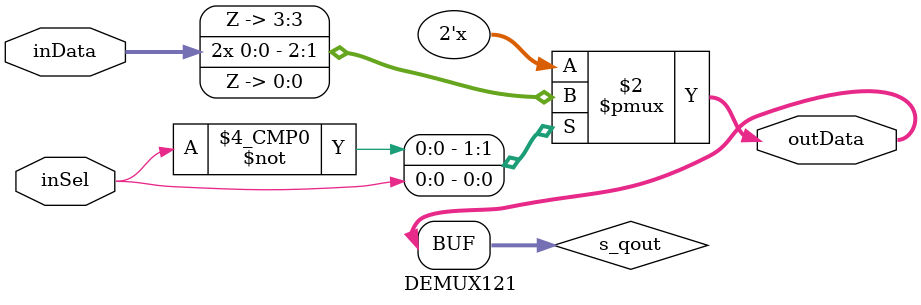
<source format=sv>

module DEMUX121 (
    input               inData  ,
    input 		inSel   ,      
    output [1 : 0]	outData  
) ;
 
reg [1 : 0] s_qout;

assign outData   =  s_qout ;

always_comb begin : MUX

	case(inSel) 

		1'b0   : begin
			s_qout <= {1'bz, inData};
		end		
		1'b1   : begin
			s_qout <= {inData, 1'bz};
		end
		
	endcase
end

endmodule


</source>
